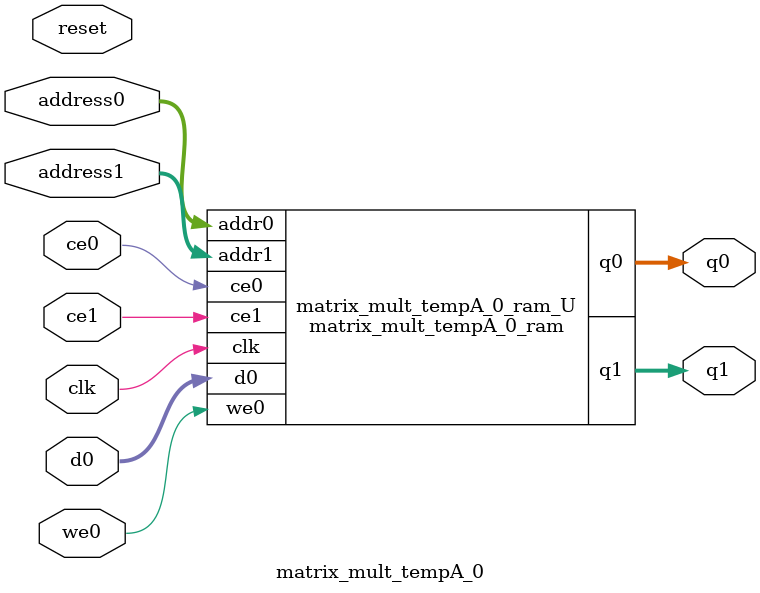
<source format=v>

`timescale 1 ns / 1 ps
module matrix_mult_tempA_0_ram (addr0, ce0, d0, we0, q0, addr1, ce1, q1,  clk);

parameter DWIDTH = 32;
parameter AWIDTH = 5;
parameter MEM_SIZE = 32;

input[AWIDTH-1:0] addr0;
input ce0;
input[DWIDTH-1:0] d0;
input we0;
output reg[DWIDTH-1:0] q0;
input[AWIDTH-1:0] addr1;
input ce1;
output reg[DWIDTH-1:0] q1;
input clk;

(* ram_style = "block" *)reg [DWIDTH-1:0] ram[0:MEM_SIZE-1];




always @(posedge clk)  
begin 
    if (ce0) 
    begin
        if (we0) 
        begin 
            ram[addr0] <= d0; 
            q0 <= d0;
        end 
        else 
            q0 <= ram[addr0];
    end
end


always @(posedge clk)  
begin 
    if (ce1) 
    begin
            q1 <= ram[addr1];
    end
end


endmodule


`timescale 1 ns / 1 ps
module matrix_mult_tempA_0(
    reset,
    clk,
    address0,
    ce0,
    we0,
    d0,
    q0,
    address1,
    ce1,
    q1);

parameter DataWidth = 32'd32;
parameter AddressRange = 32'd32;
parameter AddressWidth = 32'd5;
input reset;
input clk;
input[AddressWidth - 1:0] address0;
input ce0;
input we0;
input[DataWidth - 1:0] d0;
output[DataWidth - 1:0] q0;
input[AddressWidth - 1:0] address1;
input ce1;
output[DataWidth - 1:0] q1;



matrix_mult_tempA_0_ram matrix_mult_tempA_0_ram_U(
    .clk( clk ),
    .addr0( address0 ),
    .ce0( ce0 ),
    .d0( d0 ),
    .we0( we0 ),
    .q0( q0 ),
    .addr1( address1 ),
    .ce1( ce1 ),
    .q1( q1 ));

endmodule


</source>
